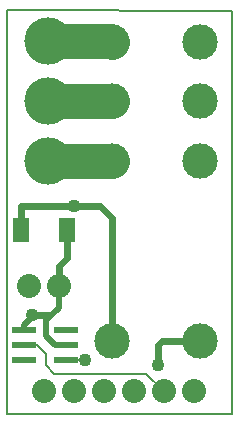
<source format=gbr>
G04 DipTrace 2.4.0.2*
%INtop.gbr*%
%MOIN*%
%ADD11C,0.006*%
%ADD13C,0.0236*%
%ADD15C,0.0079*%
%ADD16C,0.0209*%
%ADD17C,0.1181*%
%ADD21R,0.0551X0.0827*%
%ADD22C,0.08*%
%ADD23C,0.1575*%
%ADD27R,0.08X0.0209*%
%ADD28C,0.0433*%
%FSLAX44Y44*%
G04*
G70*
G90*
G75*
G01*
%LNTop*%
%LPD*%
X9191Y4690D2*
D15*
X8594Y5287D1*
X5531D1*
X5253Y5565D1*
Y5940D1*
X4941Y6252D1*
X4530D1*
X5930D2*
D16*
X5566D1*
X5263Y6554D1*
Y7058D1*
X5690Y7485D1*
Y8190D1*
D13*
Y8866D1*
X5958Y9134D1*
Y10083D1*
X4785Y7231D2*
D16*
Y7172D1*
X4530Y6917D1*
Y6752D1*
X9003Y5565D2*
D13*
Y6253D1*
X9128Y6378D1*
X10392D1*
X10393Y6377D1*
X4785Y7231D2*
X5338D1*
D16*
X5263Y7058D1*
X7440Y6377D2*
D13*
Y10477D1*
X7046Y10871D1*
X6188D1*
X4422D1*
Y10083D1*
X5930Y5752D2*
D15*
X6565D1*
X5315Y14379D2*
D17*
X5325Y14369D1*
X7440D1*
X5315Y16379D2*
X7414D1*
X7440Y16353D1*
X5315Y12379D2*
X7440Y12384D1*
D28*
X9003Y5565D3*
X6565Y5752D3*
X4785Y7231D3*
X6188Y10871D3*
D21*
X4422Y10083D3*
X5958D3*
D22*
X10191Y4690D3*
X9191D3*
X8191D3*
X7191D3*
X6191D3*
X5191D3*
X5690Y8190D3*
X4690D3*
D23*
X5315Y16379D3*
Y14379D3*
Y12379D3*
D17*
X7440Y6377D3*
X10393D3*
X7440Y12384D3*
Y14369D3*
Y16353D3*
X10393Y12384D3*
Y14369D3*
Y16353D3*
D27*
X4530Y6752D3*
Y6252D3*
Y5752D3*
X5930D3*
Y6252D3*
Y6752D3*
%LNBoardOutline*%
X3940Y3940D2*
D11*
X11441D1*
Y17379D1*
X3940Y17389D1*
Y3940D1*
M02*

</source>
